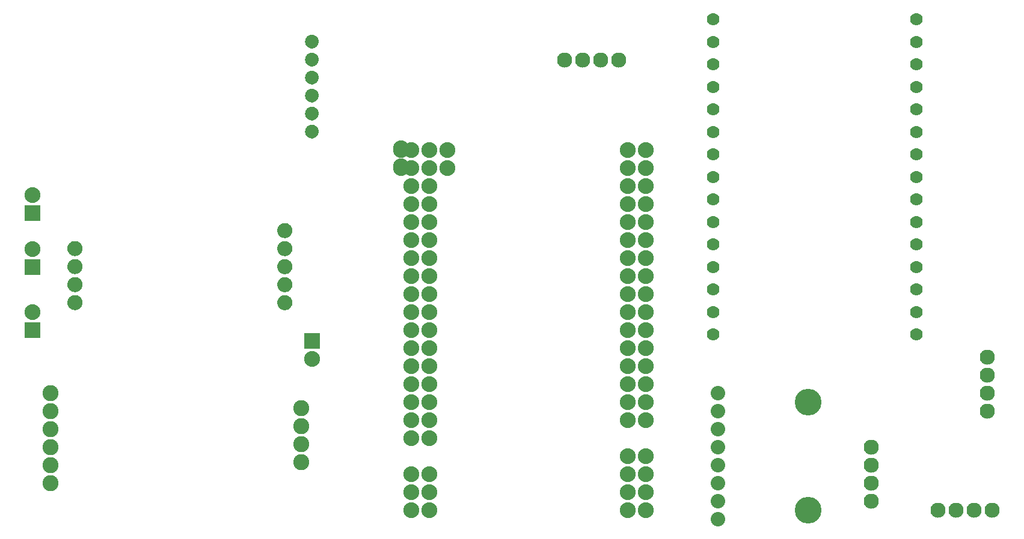
<source format=gts>
G04 MADE WITH FRITZING*
G04 WWW.FRITZING.ORG*
G04 DOUBLE SIDED*
G04 HOLES PLATED*
G04 CONTOUR ON CENTER OF CONTOUR VECTOR*
%ASAXBY*%
%FSLAX23Y23*%
%MOIN*%
%OFA0B0*%
%SFA1.0B1.0*%
%ADD10C,0.088000*%
%ADD11C,0.088861*%
%ADD12C,0.088833*%
%ADD13C,0.148425*%
%ADD14C,0.080000*%
%ADD15C,0.083889*%
%ADD16C,0.070000*%
%ADD17R,0.088000X0.088000*%
%ADD18R,0.001000X0.001000*%
%LNMASK1*%
G90*
G70*
G54D10*
X2322Y563D03*
X2322Y663D03*
X2322Y763D03*
X2322Y863D03*
X2322Y963D03*
X2322Y1063D03*
X2322Y1163D03*
X2322Y1263D03*
X2322Y1363D03*
X2322Y1463D03*
X2322Y1563D03*
X2322Y1663D03*
X2322Y1763D03*
X2322Y1863D03*
X2322Y1963D03*
X2322Y2063D03*
X2322Y2163D03*
X2222Y2163D03*
X2222Y2063D03*
X2222Y1963D03*
X2222Y1863D03*
X2222Y1763D03*
X2222Y1663D03*
X2222Y1563D03*
X2222Y1463D03*
X2222Y1363D03*
X2222Y1263D03*
X2222Y1163D03*
X2222Y1063D03*
X2222Y963D03*
X2222Y863D03*
X2222Y763D03*
X2222Y663D03*
X2222Y563D03*
X3522Y663D03*
X3522Y763D03*
X3522Y863D03*
X3522Y963D03*
X3522Y1063D03*
X3522Y1163D03*
X3522Y1263D03*
X3522Y1363D03*
X3522Y1463D03*
X3522Y1563D03*
X3522Y1663D03*
X3522Y1763D03*
X3522Y1863D03*
X3522Y1963D03*
X3522Y2063D03*
X3522Y2163D03*
X3422Y2163D03*
X3422Y2063D03*
X3422Y1963D03*
X3422Y1863D03*
X3422Y1763D03*
X3422Y1663D03*
X3422Y1563D03*
X3422Y1463D03*
X3422Y1363D03*
X3422Y1263D03*
X3422Y1163D03*
X3422Y1063D03*
X3422Y963D03*
X3422Y863D03*
X3422Y763D03*
X3422Y663D03*
X3522Y163D03*
X3522Y263D03*
X3522Y363D03*
X3522Y463D03*
X3422Y463D03*
X3422Y363D03*
X3422Y263D03*
X3422Y163D03*
X2422Y2063D03*
X2167Y2063D03*
X2167Y2073D03*
X2167Y2063D03*
X2167Y2073D03*
X2167Y2063D03*
X2167Y2073D03*
X2167Y2163D03*
X2167Y2173D03*
X2167Y2163D03*
X2167Y2173D03*
X2167Y2163D03*
X2167Y2173D03*
X2422Y2163D03*
X2222Y163D03*
X2322Y163D03*
X2322Y263D03*
X2322Y363D03*
X2222Y363D03*
X2222Y263D03*
G54D11*
X222Y313D03*
X222Y413D03*
X222Y513D03*
X222Y613D03*
X222Y713D03*
X222Y813D03*
G54D12*
X1612Y429D03*
X1612Y529D03*
X1612Y629D03*
X1612Y729D03*
G54D13*
X4422Y163D03*
G54D14*
X3922Y813D03*
X3922Y713D03*
X3922Y613D03*
X3922Y513D03*
X3922Y413D03*
X3922Y313D03*
X3922Y213D03*
X3922Y113D03*
G54D13*
X4422Y763D03*
G54D10*
X122Y1513D03*
X122Y1613D03*
G54D15*
X4772Y513D03*
X4772Y413D03*
X4772Y313D03*
X4772Y213D03*
X5415Y713D03*
X5415Y813D03*
X5415Y913D03*
X5415Y1013D03*
X3072Y2663D03*
X3172Y2663D03*
X3272Y2663D03*
X3372Y2663D03*
G54D10*
X122Y1813D03*
X122Y1913D03*
X122Y1163D03*
X122Y1263D03*
G54D16*
X3897Y1388D03*
X5022Y1138D03*
X5022Y1263D03*
X5022Y1388D03*
X5022Y1513D03*
X5022Y1638D03*
X3897Y1263D03*
X3897Y1138D03*
X3897Y1513D03*
X5022Y1763D03*
X5022Y1888D03*
X5022Y2013D03*
X5022Y2138D03*
X5022Y2263D03*
X5022Y2388D03*
X5022Y2513D03*
X5022Y2638D03*
X5022Y2763D03*
X5022Y2888D03*
X3897Y2013D03*
X3897Y2138D03*
X3897Y2263D03*
X3897Y2388D03*
X3897Y2513D03*
X3897Y2638D03*
X3897Y2763D03*
X3897Y2888D03*
X3897Y1638D03*
X3897Y1763D03*
X3897Y1888D03*
G54D10*
X1672Y1103D03*
X1672Y1003D03*
G54D15*
X5142Y163D03*
X5242Y163D03*
X5342Y163D03*
X5442Y163D03*
G54D17*
X122Y1513D03*
X122Y1813D03*
X122Y1163D03*
X1672Y1103D03*
G54D18*
X1671Y2802D02*
X1672Y2802D01*
X1663Y2801D02*
X1680Y2801D01*
X1660Y2800D02*
X1683Y2800D01*
X1657Y2799D02*
X1686Y2799D01*
X1655Y2798D02*
X1688Y2798D01*
X1653Y2797D02*
X1690Y2797D01*
X1652Y2796D02*
X1691Y2796D01*
X1650Y2795D02*
X1693Y2795D01*
X1649Y2794D02*
X1694Y2794D01*
X1647Y2793D02*
X1696Y2793D01*
X1646Y2792D02*
X1697Y2792D01*
X1645Y2791D02*
X1698Y2791D01*
X1644Y2790D02*
X1699Y2790D01*
X1643Y2789D02*
X1700Y2789D01*
X1643Y2788D02*
X1700Y2788D01*
X1642Y2787D02*
X1701Y2787D01*
X1641Y2786D02*
X1702Y2786D01*
X1640Y2785D02*
X1703Y2785D01*
X1640Y2784D02*
X1703Y2784D01*
X1639Y2783D02*
X1704Y2783D01*
X1639Y2782D02*
X1704Y2782D01*
X1638Y2781D02*
X1705Y2781D01*
X1638Y2780D02*
X1705Y2780D01*
X1637Y2779D02*
X1706Y2779D01*
X1637Y2778D02*
X1706Y2778D01*
X1636Y2777D02*
X1707Y2777D01*
X1636Y2776D02*
X1707Y2776D01*
X1636Y2775D02*
X1707Y2775D01*
X1635Y2774D02*
X1708Y2774D01*
X1635Y2773D02*
X1708Y2773D01*
X1635Y2772D02*
X1708Y2772D01*
X1635Y2771D02*
X1708Y2771D01*
X1635Y2770D02*
X1708Y2770D01*
X1634Y2769D02*
X1709Y2769D01*
X1634Y2768D02*
X1709Y2768D01*
X1634Y2767D02*
X1709Y2767D01*
X1634Y2766D02*
X1709Y2766D01*
X1634Y2765D02*
X1709Y2765D01*
X1634Y2764D02*
X1709Y2764D01*
X1634Y2763D02*
X1709Y2763D01*
X1634Y2762D02*
X1709Y2762D01*
X1634Y2761D02*
X1709Y2761D01*
X1634Y2760D02*
X1709Y2760D01*
X1634Y2759D02*
X1709Y2759D01*
X1635Y2758D02*
X1708Y2758D01*
X1635Y2757D02*
X1708Y2757D01*
X1635Y2756D02*
X1708Y2756D01*
X1635Y2755D02*
X1708Y2755D01*
X1635Y2754D02*
X1708Y2754D01*
X1636Y2753D02*
X1707Y2753D01*
X1636Y2752D02*
X1707Y2752D01*
X1636Y2751D02*
X1707Y2751D01*
X1637Y2750D02*
X1706Y2750D01*
X1637Y2749D02*
X1706Y2749D01*
X1638Y2748D02*
X1705Y2748D01*
X1638Y2747D02*
X1705Y2747D01*
X1639Y2746D02*
X1704Y2746D01*
X1639Y2745D02*
X1704Y2745D01*
X1640Y2744D02*
X1703Y2744D01*
X1640Y2743D02*
X1702Y2743D01*
X1641Y2742D02*
X1702Y2742D01*
X1642Y2741D02*
X1701Y2741D01*
X1643Y2740D02*
X1700Y2740D01*
X1644Y2739D02*
X1699Y2739D01*
X1644Y2738D02*
X1699Y2738D01*
X1645Y2737D02*
X1698Y2737D01*
X1647Y2736D02*
X1696Y2736D01*
X1648Y2735D02*
X1695Y2735D01*
X1649Y2734D02*
X1694Y2734D01*
X1650Y2733D02*
X1693Y2733D01*
X1652Y2732D02*
X1691Y2732D01*
X1653Y2731D02*
X1689Y2731D01*
X1655Y2730D02*
X1688Y2730D01*
X1658Y2729D02*
X1685Y2729D01*
X1660Y2728D02*
X1683Y2728D01*
X1664Y2727D02*
X1679Y2727D01*
X1670Y2702D02*
X1673Y2702D01*
X1663Y2701D02*
X1680Y2701D01*
X1660Y2700D02*
X1683Y2700D01*
X1657Y2699D02*
X1686Y2699D01*
X1655Y2698D02*
X1688Y2698D01*
X1653Y2697D02*
X1690Y2697D01*
X1651Y2696D02*
X1692Y2696D01*
X1650Y2695D02*
X1693Y2695D01*
X1649Y2694D02*
X1694Y2694D01*
X1647Y2693D02*
X1696Y2693D01*
X1646Y2692D02*
X1697Y2692D01*
X1645Y2691D02*
X1698Y2691D01*
X1644Y2690D02*
X1699Y2690D01*
X1643Y2689D02*
X1700Y2689D01*
X1643Y2688D02*
X1700Y2688D01*
X1642Y2687D02*
X1701Y2687D01*
X1641Y2686D02*
X1702Y2686D01*
X1640Y2685D02*
X1703Y2685D01*
X1640Y2684D02*
X1703Y2684D01*
X1639Y2683D02*
X1704Y2683D01*
X1639Y2682D02*
X1704Y2682D01*
X1638Y2681D02*
X1705Y2681D01*
X1638Y2680D02*
X1705Y2680D01*
X1637Y2679D02*
X1706Y2679D01*
X1637Y2678D02*
X1706Y2678D01*
X1636Y2677D02*
X1707Y2677D01*
X1636Y2676D02*
X1707Y2676D01*
X1636Y2675D02*
X1707Y2675D01*
X1635Y2674D02*
X1708Y2674D01*
X1635Y2673D02*
X1708Y2673D01*
X1635Y2672D02*
X1708Y2672D01*
X1635Y2671D02*
X1708Y2671D01*
X1635Y2670D02*
X1708Y2670D01*
X1634Y2669D02*
X1709Y2669D01*
X1634Y2668D02*
X1709Y2668D01*
X1634Y2667D02*
X1709Y2667D01*
X1634Y2666D02*
X1709Y2666D01*
X1634Y2665D02*
X1709Y2665D01*
X1634Y2664D02*
X1709Y2664D01*
X1634Y2663D02*
X1709Y2663D01*
X1634Y2662D02*
X1709Y2662D01*
X1634Y2661D02*
X1709Y2661D01*
X1634Y2660D02*
X1709Y2660D01*
X1634Y2659D02*
X1709Y2659D01*
X1635Y2658D02*
X1708Y2658D01*
X1635Y2657D02*
X1708Y2657D01*
X1635Y2656D02*
X1708Y2656D01*
X1635Y2655D02*
X1708Y2655D01*
X1635Y2654D02*
X1708Y2654D01*
X1636Y2653D02*
X1707Y2653D01*
X1636Y2652D02*
X1707Y2652D01*
X1636Y2651D02*
X1707Y2651D01*
X1637Y2650D02*
X1706Y2650D01*
X1637Y2649D02*
X1706Y2649D01*
X1638Y2648D02*
X1705Y2648D01*
X1638Y2647D02*
X1705Y2647D01*
X1639Y2646D02*
X1704Y2646D01*
X1639Y2645D02*
X1704Y2645D01*
X1640Y2644D02*
X1703Y2644D01*
X1641Y2643D02*
X1702Y2643D01*
X1641Y2642D02*
X1702Y2642D01*
X1642Y2641D02*
X1701Y2641D01*
X1643Y2640D02*
X1700Y2640D01*
X1644Y2639D02*
X1699Y2639D01*
X1644Y2638D02*
X1699Y2638D01*
X1645Y2637D02*
X1698Y2637D01*
X1647Y2636D02*
X1696Y2636D01*
X1648Y2635D02*
X1695Y2635D01*
X1649Y2634D02*
X1694Y2634D01*
X1650Y2633D02*
X1693Y2633D01*
X1652Y2632D02*
X1691Y2632D01*
X1654Y2631D02*
X1689Y2631D01*
X1655Y2630D02*
X1688Y2630D01*
X1658Y2629D02*
X1685Y2629D01*
X1660Y2628D02*
X1683Y2628D01*
X1664Y2627D02*
X1679Y2627D01*
X1669Y2602D02*
X1674Y2602D01*
X1663Y2601D02*
X1680Y2601D01*
X1660Y2600D02*
X1683Y2600D01*
X1657Y2599D02*
X1686Y2599D01*
X1655Y2598D02*
X1688Y2598D01*
X1653Y2597D02*
X1690Y2597D01*
X1651Y2596D02*
X1692Y2596D01*
X1650Y2595D02*
X1693Y2595D01*
X1649Y2594D02*
X1694Y2594D01*
X1647Y2593D02*
X1696Y2593D01*
X1646Y2592D02*
X1697Y2592D01*
X1645Y2591D02*
X1698Y2591D01*
X1644Y2590D02*
X1699Y2590D01*
X1643Y2589D02*
X1700Y2589D01*
X1643Y2588D02*
X1700Y2588D01*
X1642Y2587D02*
X1701Y2587D01*
X1641Y2586D02*
X1702Y2586D01*
X1640Y2585D02*
X1703Y2585D01*
X1640Y2584D02*
X1703Y2584D01*
X1639Y2583D02*
X1704Y2583D01*
X1639Y2582D02*
X1704Y2582D01*
X1638Y2581D02*
X1705Y2581D01*
X1638Y2580D02*
X1705Y2580D01*
X1637Y2579D02*
X1706Y2579D01*
X1637Y2578D02*
X1706Y2578D01*
X1636Y2577D02*
X1707Y2577D01*
X1636Y2576D02*
X1707Y2576D01*
X1636Y2575D02*
X1707Y2575D01*
X1635Y2574D02*
X1708Y2574D01*
X1635Y2573D02*
X1708Y2573D01*
X1635Y2572D02*
X1708Y2572D01*
X1635Y2571D02*
X1708Y2571D01*
X1635Y2570D02*
X1708Y2570D01*
X1634Y2569D02*
X1709Y2569D01*
X1634Y2568D02*
X1709Y2568D01*
X1634Y2567D02*
X1709Y2567D01*
X1634Y2566D02*
X1709Y2566D01*
X1634Y2565D02*
X1709Y2565D01*
X1634Y2564D02*
X1709Y2564D01*
X1634Y2563D02*
X1709Y2563D01*
X1634Y2562D02*
X1709Y2562D01*
X1634Y2561D02*
X1709Y2561D01*
X1634Y2560D02*
X1709Y2560D01*
X1634Y2559D02*
X1709Y2559D01*
X1635Y2558D02*
X1708Y2558D01*
X1635Y2557D02*
X1708Y2557D01*
X1635Y2556D02*
X1708Y2556D01*
X1635Y2555D02*
X1708Y2555D01*
X1635Y2554D02*
X1708Y2554D01*
X1636Y2553D02*
X1707Y2553D01*
X1636Y2552D02*
X1707Y2552D01*
X1636Y2551D02*
X1707Y2551D01*
X1637Y2550D02*
X1706Y2550D01*
X1637Y2549D02*
X1706Y2549D01*
X1638Y2548D02*
X1705Y2548D01*
X1638Y2547D02*
X1705Y2547D01*
X1639Y2546D02*
X1704Y2546D01*
X1639Y2545D02*
X1704Y2545D01*
X1640Y2544D02*
X1703Y2544D01*
X1641Y2543D02*
X1702Y2543D01*
X1641Y2542D02*
X1702Y2542D01*
X1642Y2541D02*
X1701Y2541D01*
X1643Y2540D02*
X1700Y2540D01*
X1644Y2539D02*
X1699Y2539D01*
X1645Y2538D02*
X1698Y2538D01*
X1645Y2537D02*
X1698Y2537D01*
X1647Y2536D02*
X1696Y2536D01*
X1648Y2535D02*
X1695Y2535D01*
X1649Y2534D02*
X1694Y2534D01*
X1650Y2533D02*
X1693Y2533D01*
X1652Y2532D02*
X1691Y2532D01*
X1654Y2531D02*
X1689Y2531D01*
X1656Y2530D02*
X1687Y2530D01*
X1658Y2529D02*
X1685Y2529D01*
X1661Y2528D02*
X1682Y2528D01*
X1665Y2527D02*
X1678Y2527D01*
X1669Y2502D02*
X1674Y2502D01*
X1663Y2501D02*
X1680Y2501D01*
X1660Y2500D02*
X1683Y2500D01*
X1657Y2499D02*
X1686Y2499D01*
X1655Y2498D02*
X1688Y2498D01*
X1653Y2497D02*
X1690Y2497D01*
X1651Y2496D02*
X1692Y2496D01*
X1650Y2495D02*
X1693Y2495D01*
X1649Y2494D02*
X1694Y2494D01*
X1647Y2493D02*
X1696Y2493D01*
X1646Y2492D02*
X1697Y2492D01*
X1645Y2491D02*
X1698Y2491D01*
X1644Y2490D02*
X1699Y2490D01*
X1643Y2489D02*
X1700Y2489D01*
X1643Y2488D02*
X1701Y2488D01*
X1642Y2487D02*
X1701Y2487D01*
X1641Y2486D02*
X1702Y2486D01*
X1640Y2485D02*
X1703Y2485D01*
X1640Y2484D02*
X1703Y2484D01*
X1639Y2483D02*
X1704Y2483D01*
X1639Y2482D02*
X1704Y2482D01*
X1638Y2481D02*
X1705Y2481D01*
X1638Y2480D02*
X1705Y2480D01*
X1637Y2479D02*
X1706Y2479D01*
X1637Y2478D02*
X1706Y2478D01*
X1636Y2477D02*
X1707Y2477D01*
X1636Y2476D02*
X1707Y2476D01*
X1636Y2475D02*
X1707Y2475D01*
X1635Y2474D02*
X1708Y2474D01*
X1635Y2473D02*
X1708Y2473D01*
X1635Y2472D02*
X1708Y2472D01*
X1635Y2471D02*
X1708Y2471D01*
X1635Y2470D02*
X1708Y2470D01*
X1634Y2469D02*
X1709Y2469D01*
X1634Y2468D02*
X1709Y2468D01*
X1634Y2467D02*
X1709Y2467D01*
X1634Y2466D02*
X1709Y2466D01*
X1634Y2465D02*
X1709Y2465D01*
X1634Y2464D02*
X1709Y2464D01*
X1634Y2463D02*
X1709Y2463D01*
X1634Y2462D02*
X1709Y2462D01*
X1634Y2461D02*
X1709Y2461D01*
X1634Y2460D02*
X1709Y2460D01*
X1634Y2459D02*
X1709Y2459D01*
X1635Y2458D02*
X1708Y2458D01*
X1635Y2457D02*
X1708Y2457D01*
X1635Y2456D02*
X1708Y2456D01*
X1635Y2455D02*
X1708Y2455D01*
X1635Y2454D02*
X1708Y2454D01*
X1636Y2453D02*
X1707Y2453D01*
X1636Y2452D02*
X1707Y2452D01*
X1636Y2451D02*
X1707Y2451D01*
X1637Y2450D02*
X1706Y2450D01*
X1637Y2449D02*
X1706Y2449D01*
X1638Y2448D02*
X1705Y2448D01*
X1638Y2447D02*
X1705Y2447D01*
X1639Y2446D02*
X1704Y2446D01*
X1639Y2445D02*
X1704Y2445D01*
X1640Y2444D02*
X1703Y2444D01*
X1641Y2443D02*
X1702Y2443D01*
X1641Y2442D02*
X1702Y2442D01*
X1642Y2441D02*
X1701Y2441D01*
X1643Y2440D02*
X1700Y2440D01*
X1644Y2439D02*
X1699Y2439D01*
X1645Y2438D02*
X1698Y2438D01*
X1646Y2437D02*
X1697Y2437D01*
X1647Y2436D02*
X1696Y2436D01*
X1648Y2435D02*
X1695Y2435D01*
X1649Y2434D02*
X1694Y2434D01*
X1650Y2433D02*
X1693Y2433D01*
X1652Y2432D02*
X1691Y2432D01*
X1654Y2431D02*
X1689Y2431D01*
X1656Y2430D02*
X1687Y2430D01*
X1658Y2429D02*
X1685Y2429D01*
X1661Y2428D02*
X1682Y2428D01*
X1665Y2427D02*
X1678Y2427D01*
X1669Y2402D02*
X1674Y2402D01*
X1663Y2401D02*
X1680Y2401D01*
X1659Y2400D02*
X1684Y2400D01*
X1657Y2399D02*
X1686Y2399D01*
X1655Y2398D02*
X1688Y2398D01*
X1653Y2397D02*
X1690Y2397D01*
X1651Y2396D02*
X1692Y2396D01*
X1650Y2395D02*
X1693Y2395D01*
X1649Y2394D02*
X1694Y2394D01*
X1647Y2393D02*
X1696Y2393D01*
X1646Y2392D02*
X1697Y2392D01*
X1645Y2391D02*
X1698Y2391D01*
X1644Y2390D02*
X1699Y2390D01*
X1643Y2389D02*
X1700Y2389D01*
X1642Y2388D02*
X1701Y2388D01*
X1642Y2387D02*
X1701Y2387D01*
X1641Y2386D02*
X1702Y2386D01*
X1640Y2385D02*
X1703Y2385D01*
X1640Y2384D02*
X1703Y2384D01*
X1639Y2383D02*
X1704Y2383D01*
X1639Y2382D02*
X1705Y2382D01*
X1638Y2381D02*
X1705Y2381D01*
X1638Y2380D02*
X1706Y2380D01*
X1637Y2379D02*
X1706Y2379D01*
X1637Y2378D02*
X1706Y2378D01*
X1636Y2377D02*
X1707Y2377D01*
X1636Y2376D02*
X1707Y2376D01*
X1636Y2375D02*
X1707Y2375D01*
X1635Y2374D02*
X1708Y2374D01*
X1635Y2373D02*
X1708Y2373D01*
X1635Y2372D02*
X1708Y2372D01*
X1635Y2371D02*
X1708Y2371D01*
X1635Y2370D02*
X1708Y2370D01*
X1634Y2369D02*
X1709Y2369D01*
X1634Y2368D02*
X1709Y2368D01*
X1634Y2367D02*
X1709Y2367D01*
X1634Y2366D02*
X1709Y2366D01*
X1634Y2365D02*
X1709Y2365D01*
X1634Y2364D02*
X1709Y2364D01*
X1634Y2363D02*
X1709Y2363D01*
X1634Y2362D02*
X1709Y2362D01*
X1634Y2361D02*
X1709Y2361D01*
X1634Y2360D02*
X1709Y2360D01*
X1634Y2359D02*
X1709Y2359D01*
X1635Y2358D02*
X1708Y2358D01*
X1635Y2357D02*
X1708Y2357D01*
X1635Y2356D02*
X1708Y2356D01*
X1635Y2355D02*
X1708Y2355D01*
X1636Y2354D02*
X1708Y2354D01*
X1636Y2353D02*
X1707Y2353D01*
X1636Y2352D02*
X1707Y2352D01*
X1636Y2351D02*
X1707Y2351D01*
X1637Y2350D02*
X1706Y2350D01*
X1637Y2349D02*
X1706Y2349D01*
X1638Y2348D02*
X1705Y2348D01*
X1638Y2347D02*
X1705Y2347D01*
X1639Y2346D02*
X1704Y2346D01*
X1639Y2345D02*
X1704Y2345D01*
X1640Y2344D02*
X1703Y2344D01*
X1641Y2343D02*
X1702Y2343D01*
X1641Y2342D02*
X1702Y2342D01*
X1642Y2341D02*
X1701Y2341D01*
X1643Y2340D02*
X1700Y2340D01*
X1644Y2339D02*
X1699Y2339D01*
X1645Y2338D02*
X1698Y2338D01*
X1646Y2337D02*
X1697Y2337D01*
X1647Y2336D02*
X1696Y2336D01*
X1648Y2335D02*
X1695Y2335D01*
X1649Y2334D02*
X1694Y2334D01*
X1651Y2333D02*
X1692Y2333D01*
X1652Y2332D02*
X1691Y2332D01*
X1654Y2331D02*
X1689Y2331D01*
X1656Y2330D02*
X1687Y2330D01*
X1658Y2329D02*
X1685Y2329D01*
X1661Y2328D02*
X1682Y2328D01*
X1665Y2327D02*
X1678Y2327D01*
X1668Y2302D02*
X1675Y2302D01*
X1663Y2301D02*
X1680Y2301D01*
X1659Y2300D02*
X1684Y2300D01*
X1657Y2299D02*
X1686Y2299D01*
X1655Y2298D02*
X1688Y2298D01*
X1653Y2297D02*
X1690Y2297D01*
X1651Y2296D02*
X1692Y2296D01*
X1650Y2295D02*
X1693Y2295D01*
X1649Y2294D02*
X1694Y2294D01*
X1647Y2293D02*
X1696Y2293D01*
X1646Y2292D02*
X1697Y2292D01*
X1645Y2291D02*
X1698Y2291D01*
X1644Y2290D02*
X1699Y2290D01*
X1643Y2289D02*
X1700Y2289D01*
X1642Y2288D02*
X1701Y2288D01*
X1642Y2287D02*
X1701Y2287D01*
X1641Y2286D02*
X1702Y2286D01*
X1640Y2285D02*
X1703Y2285D01*
X1640Y2284D02*
X1703Y2284D01*
X1639Y2283D02*
X1704Y2283D01*
X1638Y2282D02*
X1705Y2282D01*
X1638Y2281D02*
X1705Y2281D01*
X1637Y2280D02*
X1706Y2280D01*
X1637Y2279D02*
X1706Y2279D01*
X1637Y2278D02*
X1706Y2278D01*
X1636Y2277D02*
X1707Y2277D01*
X1636Y2276D02*
X1707Y2276D01*
X1636Y2275D02*
X1707Y2275D01*
X1635Y2274D02*
X1708Y2274D01*
X1635Y2273D02*
X1708Y2273D01*
X1635Y2272D02*
X1708Y2272D01*
X1635Y2271D02*
X1708Y2271D01*
X1635Y2270D02*
X1708Y2270D01*
X1634Y2269D02*
X1709Y2269D01*
X1634Y2268D02*
X1709Y2268D01*
X1634Y2267D02*
X1709Y2267D01*
X1634Y2266D02*
X1709Y2266D01*
X1634Y2265D02*
X1709Y2265D01*
X1634Y2264D02*
X1709Y2264D01*
X1634Y2263D02*
X1709Y2263D01*
X1634Y2262D02*
X1709Y2262D01*
X1634Y2261D02*
X1709Y2261D01*
X1634Y2260D02*
X1709Y2260D01*
X1634Y2259D02*
X1709Y2259D01*
X1635Y2258D02*
X1708Y2258D01*
X1635Y2257D02*
X1708Y2257D01*
X1635Y2256D02*
X1708Y2256D01*
X1635Y2255D02*
X1708Y2255D01*
X1636Y2254D02*
X1707Y2254D01*
X1636Y2253D02*
X1707Y2253D01*
X1636Y2252D02*
X1707Y2252D01*
X1636Y2251D02*
X1707Y2251D01*
X1637Y2250D02*
X1706Y2250D01*
X1637Y2249D02*
X1706Y2249D01*
X1638Y2248D02*
X1705Y2248D01*
X1638Y2247D02*
X1705Y2247D01*
X1639Y2246D02*
X1704Y2246D01*
X1639Y2245D02*
X1704Y2245D01*
X1640Y2244D02*
X1703Y2244D01*
X1641Y2243D02*
X1702Y2243D01*
X1641Y2242D02*
X1702Y2242D01*
X1642Y2241D02*
X1701Y2241D01*
X1643Y2240D02*
X1700Y2240D01*
X1644Y2239D02*
X1699Y2239D01*
X1645Y2238D02*
X1698Y2238D01*
X1646Y2237D02*
X1697Y2237D01*
X1647Y2236D02*
X1696Y2236D01*
X1648Y2235D02*
X1695Y2235D01*
X1649Y2234D02*
X1694Y2234D01*
X1651Y2233D02*
X1692Y2233D01*
X1652Y2232D02*
X1691Y2232D01*
X1654Y2231D02*
X1689Y2231D01*
X1656Y2230D02*
X1687Y2230D01*
X1658Y2229D02*
X1685Y2229D01*
X1661Y2228D02*
X1682Y2228D01*
X1665Y2227D02*
X1678Y2227D01*
X1517Y1756D02*
X1526Y1756D01*
X1512Y1755D02*
X1532Y1755D01*
X1508Y1754D02*
X1535Y1754D01*
X1505Y1753D02*
X1538Y1753D01*
X1503Y1752D02*
X1540Y1752D01*
X1502Y1751D02*
X1542Y1751D01*
X1500Y1750D02*
X1543Y1750D01*
X1498Y1749D02*
X1545Y1749D01*
X1497Y1748D02*
X1546Y1748D01*
X1496Y1747D02*
X1547Y1747D01*
X1494Y1746D02*
X1549Y1746D01*
X1493Y1745D02*
X1550Y1745D01*
X1492Y1744D02*
X1551Y1744D01*
X1491Y1743D02*
X1552Y1743D01*
X1490Y1742D02*
X1553Y1742D01*
X1490Y1741D02*
X1554Y1741D01*
X1489Y1740D02*
X1554Y1740D01*
X1488Y1739D02*
X1555Y1739D01*
X1487Y1738D02*
X1556Y1738D01*
X1487Y1737D02*
X1556Y1737D01*
X1486Y1736D02*
X1557Y1736D01*
X1485Y1735D02*
X1558Y1735D01*
X1485Y1734D02*
X1558Y1734D01*
X1484Y1733D02*
X1559Y1733D01*
X1484Y1732D02*
X1559Y1732D01*
X1483Y1731D02*
X1560Y1731D01*
X1483Y1730D02*
X1560Y1730D01*
X1483Y1729D02*
X1560Y1729D01*
X1482Y1728D02*
X1561Y1728D01*
X1482Y1727D02*
X1561Y1727D01*
X1482Y1726D02*
X1561Y1726D01*
X1481Y1725D02*
X1562Y1725D01*
X1481Y1724D02*
X1562Y1724D01*
X1481Y1723D02*
X1562Y1723D01*
X1481Y1722D02*
X1562Y1722D01*
X1481Y1721D02*
X1562Y1721D01*
X1480Y1720D02*
X1563Y1720D01*
X1480Y1719D02*
X1563Y1719D01*
X1480Y1718D02*
X1563Y1718D01*
X1480Y1717D02*
X1563Y1717D01*
X1480Y1716D02*
X1563Y1716D01*
X1480Y1715D02*
X1563Y1715D01*
X1480Y1714D02*
X1563Y1714D01*
X1480Y1713D02*
X1563Y1713D01*
X1480Y1712D02*
X1563Y1712D01*
X1480Y1711D02*
X1563Y1711D01*
X1480Y1710D02*
X1563Y1710D01*
X1480Y1709D02*
X1563Y1709D01*
X1481Y1708D02*
X1562Y1708D01*
X1481Y1707D02*
X1562Y1707D01*
X1481Y1706D02*
X1562Y1706D01*
X1481Y1705D02*
X1562Y1705D01*
X1481Y1704D02*
X1562Y1704D01*
X1482Y1703D02*
X1561Y1703D01*
X1482Y1702D02*
X1561Y1702D01*
X1482Y1701D02*
X1561Y1701D01*
X1483Y1700D02*
X1560Y1700D01*
X1483Y1699D02*
X1560Y1699D01*
X1483Y1698D02*
X1560Y1698D01*
X1484Y1697D02*
X1559Y1697D01*
X1484Y1696D02*
X1559Y1696D01*
X1485Y1695D02*
X1558Y1695D01*
X1485Y1694D02*
X1558Y1694D01*
X1486Y1693D02*
X1557Y1693D01*
X1487Y1692D02*
X1556Y1692D01*
X1487Y1691D02*
X1556Y1691D01*
X1488Y1690D02*
X1555Y1690D01*
X1489Y1689D02*
X1554Y1689D01*
X1489Y1688D02*
X1554Y1688D01*
X1490Y1687D02*
X1553Y1687D01*
X1491Y1686D02*
X1552Y1686D01*
X1492Y1685D02*
X1551Y1685D01*
X1493Y1684D02*
X1550Y1684D01*
X1494Y1683D02*
X1549Y1683D01*
X1495Y1682D02*
X1548Y1682D01*
X1497Y1681D02*
X1546Y1681D01*
X1498Y1680D02*
X1545Y1680D01*
X1500Y1679D02*
X1544Y1679D01*
X1501Y1678D02*
X1542Y1678D01*
X1503Y1677D02*
X1540Y1677D01*
X1505Y1676D02*
X1538Y1676D01*
X1507Y1675D02*
X1536Y1675D01*
X1511Y1674D02*
X1532Y1674D01*
X1515Y1673D02*
X1528Y1673D01*
X351Y1656D02*
X365Y1656D01*
X1517Y1656D02*
X1526Y1656D01*
X347Y1655D02*
X369Y1655D01*
X1512Y1655D02*
X1531Y1655D01*
X344Y1654D02*
X372Y1654D01*
X1508Y1654D02*
X1535Y1654D01*
X341Y1653D02*
X375Y1653D01*
X1506Y1653D02*
X1537Y1653D01*
X339Y1652D02*
X377Y1652D01*
X1504Y1652D02*
X1539Y1652D01*
X338Y1651D02*
X379Y1651D01*
X1502Y1651D02*
X1541Y1651D01*
X336Y1650D02*
X380Y1650D01*
X1500Y1650D02*
X1543Y1650D01*
X334Y1649D02*
X382Y1649D01*
X1498Y1649D02*
X1545Y1649D01*
X333Y1648D02*
X383Y1648D01*
X1497Y1648D02*
X1546Y1648D01*
X332Y1647D02*
X384Y1647D01*
X1496Y1647D02*
X1547Y1647D01*
X331Y1646D02*
X386Y1646D01*
X1495Y1646D02*
X1549Y1646D01*
X329Y1645D02*
X387Y1645D01*
X1493Y1645D02*
X1550Y1645D01*
X328Y1644D02*
X388Y1644D01*
X1492Y1644D02*
X1551Y1644D01*
X328Y1643D02*
X389Y1643D01*
X1491Y1643D02*
X1552Y1643D01*
X327Y1642D02*
X390Y1642D01*
X1491Y1642D02*
X1553Y1642D01*
X326Y1641D02*
X390Y1641D01*
X1490Y1641D02*
X1553Y1641D01*
X325Y1640D02*
X391Y1640D01*
X1489Y1640D02*
X1554Y1640D01*
X324Y1639D02*
X392Y1639D01*
X1488Y1639D02*
X1555Y1639D01*
X324Y1638D02*
X393Y1638D01*
X1487Y1638D02*
X1556Y1638D01*
X323Y1637D02*
X393Y1637D01*
X1487Y1637D02*
X1556Y1637D01*
X322Y1636D02*
X394Y1636D01*
X1486Y1636D02*
X1557Y1636D01*
X322Y1635D02*
X394Y1635D01*
X1486Y1635D02*
X1558Y1635D01*
X321Y1634D02*
X395Y1634D01*
X1485Y1634D02*
X1558Y1634D01*
X321Y1633D02*
X395Y1633D01*
X1484Y1633D02*
X1559Y1633D01*
X320Y1632D02*
X396Y1632D01*
X1484Y1632D02*
X1559Y1632D01*
X320Y1631D02*
X396Y1631D01*
X1483Y1631D02*
X1560Y1631D01*
X319Y1630D02*
X397Y1630D01*
X1483Y1630D02*
X1560Y1630D01*
X319Y1629D02*
X397Y1629D01*
X1483Y1629D02*
X1560Y1629D01*
X319Y1628D02*
X397Y1628D01*
X1482Y1628D02*
X1561Y1628D01*
X318Y1627D02*
X398Y1627D01*
X1482Y1627D02*
X1561Y1627D01*
X318Y1626D02*
X398Y1626D01*
X1482Y1626D02*
X1561Y1626D01*
X318Y1625D02*
X398Y1625D01*
X1481Y1625D02*
X1562Y1625D01*
X318Y1624D02*
X399Y1624D01*
X1481Y1624D02*
X1562Y1624D01*
X317Y1623D02*
X399Y1623D01*
X1481Y1623D02*
X1562Y1623D01*
X317Y1622D02*
X399Y1622D01*
X1481Y1622D02*
X1562Y1622D01*
X317Y1621D02*
X399Y1621D01*
X1481Y1621D02*
X1562Y1621D01*
X317Y1620D02*
X399Y1620D01*
X1480Y1620D02*
X1563Y1620D01*
X317Y1619D02*
X399Y1619D01*
X1480Y1619D02*
X1563Y1619D01*
X317Y1618D02*
X399Y1618D01*
X1480Y1618D02*
X1563Y1618D01*
X317Y1617D02*
X400Y1617D01*
X1480Y1617D02*
X1563Y1617D01*
X317Y1616D02*
X400Y1616D01*
X1480Y1616D02*
X1563Y1616D01*
X317Y1615D02*
X400Y1615D01*
X1480Y1615D02*
X1563Y1615D01*
X317Y1614D02*
X400Y1614D01*
X1480Y1614D02*
X1563Y1614D01*
X317Y1613D02*
X400Y1613D01*
X1480Y1613D02*
X1563Y1613D01*
X317Y1612D02*
X400Y1612D01*
X1480Y1612D02*
X1563Y1612D01*
X317Y1611D02*
X399Y1611D01*
X1480Y1611D02*
X1563Y1611D01*
X317Y1610D02*
X399Y1610D01*
X1480Y1610D02*
X1563Y1610D01*
X317Y1609D02*
X399Y1609D01*
X1480Y1609D02*
X1563Y1609D01*
X317Y1608D02*
X399Y1608D01*
X1481Y1608D02*
X1562Y1608D01*
X317Y1607D02*
X399Y1607D01*
X1481Y1607D02*
X1562Y1607D01*
X318Y1606D02*
X399Y1606D01*
X1481Y1606D02*
X1562Y1606D01*
X318Y1605D02*
X398Y1605D01*
X1481Y1605D02*
X1562Y1605D01*
X318Y1604D02*
X398Y1604D01*
X1481Y1604D02*
X1562Y1604D01*
X318Y1603D02*
X398Y1603D01*
X1482Y1603D02*
X1561Y1603D01*
X319Y1602D02*
X398Y1602D01*
X1482Y1602D02*
X1561Y1602D01*
X319Y1601D02*
X397Y1601D01*
X1482Y1601D02*
X1561Y1601D01*
X319Y1600D02*
X397Y1600D01*
X1483Y1600D02*
X1561Y1600D01*
X320Y1599D02*
X397Y1599D01*
X1483Y1599D02*
X1560Y1599D01*
X320Y1598D02*
X396Y1598D01*
X1483Y1598D02*
X1560Y1598D01*
X321Y1597D02*
X396Y1597D01*
X1484Y1597D02*
X1559Y1597D01*
X321Y1596D02*
X395Y1596D01*
X1484Y1596D02*
X1559Y1596D01*
X322Y1595D02*
X395Y1595D01*
X1485Y1595D02*
X1558Y1595D01*
X322Y1594D02*
X394Y1594D01*
X1485Y1594D02*
X1558Y1594D01*
X323Y1593D02*
X394Y1593D01*
X1486Y1593D02*
X1557Y1593D01*
X323Y1592D02*
X393Y1592D01*
X1486Y1592D02*
X1557Y1592D01*
X324Y1591D02*
X392Y1591D01*
X1487Y1591D02*
X1556Y1591D01*
X325Y1590D02*
X392Y1590D01*
X1488Y1590D02*
X1555Y1590D01*
X325Y1589D02*
X391Y1589D01*
X1489Y1589D02*
X1555Y1589D01*
X326Y1588D02*
X390Y1588D01*
X1489Y1588D02*
X1554Y1588D01*
X327Y1587D02*
X389Y1587D01*
X1490Y1587D02*
X1553Y1587D01*
X328Y1586D02*
X388Y1586D01*
X1491Y1586D02*
X1552Y1586D01*
X329Y1585D02*
X387Y1585D01*
X1492Y1585D02*
X1551Y1585D01*
X330Y1584D02*
X386Y1584D01*
X1493Y1584D02*
X1550Y1584D01*
X331Y1583D02*
X385Y1583D01*
X1494Y1583D02*
X1549Y1583D01*
X332Y1582D02*
X384Y1582D01*
X1495Y1582D02*
X1548Y1582D01*
X334Y1581D02*
X383Y1581D01*
X1497Y1581D02*
X1547Y1581D01*
X335Y1580D02*
X381Y1580D01*
X1498Y1580D02*
X1545Y1580D01*
X337Y1579D02*
X380Y1579D01*
X1499Y1579D02*
X1544Y1579D01*
X338Y1578D02*
X378Y1578D01*
X1501Y1578D02*
X1542Y1578D01*
X340Y1577D02*
X376Y1577D01*
X1503Y1577D02*
X1540Y1577D01*
X342Y1576D02*
X374Y1576D01*
X1505Y1576D02*
X1538Y1576D01*
X345Y1575D02*
X371Y1575D01*
X1507Y1575D02*
X1536Y1575D01*
X349Y1574D02*
X368Y1574D01*
X1510Y1574D02*
X1533Y1574D01*
X354Y1573D02*
X362Y1573D01*
X1515Y1573D02*
X1528Y1573D01*
X352Y1556D02*
X364Y1556D01*
X1518Y1556D02*
X1525Y1556D01*
X347Y1555D02*
X369Y1555D01*
X1512Y1555D02*
X1531Y1555D01*
X344Y1554D02*
X372Y1554D01*
X1509Y1554D02*
X1534Y1554D01*
X342Y1553D02*
X375Y1553D01*
X1506Y1553D02*
X1537Y1553D01*
X340Y1552D02*
X377Y1552D01*
X1504Y1552D02*
X1539Y1552D01*
X338Y1551D02*
X379Y1551D01*
X1502Y1551D02*
X1541Y1551D01*
X336Y1550D02*
X380Y1550D01*
X1500Y1550D02*
X1543Y1550D01*
X335Y1549D02*
X382Y1549D01*
X1499Y1549D02*
X1544Y1549D01*
X333Y1548D02*
X383Y1548D01*
X1497Y1548D02*
X1546Y1548D01*
X332Y1547D02*
X384Y1547D01*
X1496Y1547D02*
X1547Y1547D01*
X331Y1546D02*
X385Y1546D01*
X1495Y1546D02*
X1548Y1546D01*
X330Y1545D02*
X387Y1545D01*
X1494Y1545D02*
X1550Y1545D01*
X329Y1544D02*
X388Y1544D01*
X1492Y1544D02*
X1551Y1544D01*
X328Y1543D02*
X389Y1543D01*
X1491Y1543D02*
X1552Y1543D01*
X327Y1542D02*
X389Y1542D01*
X1491Y1542D02*
X1552Y1542D01*
X326Y1541D02*
X390Y1541D01*
X1490Y1541D02*
X1553Y1541D01*
X325Y1540D02*
X391Y1540D01*
X1489Y1540D02*
X1554Y1540D01*
X324Y1539D02*
X392Y1539D01*
X1488Y1539D02*
X1555Y1539D01*
X324Y1538D02*
X392Y1538D01*
X1487Y1538D02*
X1556Y1538D01*
X323Y1537D02*
X393Y1537D01*
X1487Y1537D02*
X1556Y1537D01*
X323Y1536D02*
X394Y1536D01*
X1486Y1536D02*
X1557Y1536D01*
X322Y1535D02*
X394Y1535D01*
X1486Y1535D02*
X1557Y1535D01*
X321Y1534D02*
X395Y1534D01*
X1485Y1534D02*
X1558Y1534D01*
X321Y1533D02*
X395Y1533D01*
X1485Y1533D02*
X1559Y1533D01*
X320Y1532D02*
X396Y1532D01*
X1484Y1532D02*
X1559Y1532D01*
X320Y1531D02*
X396Y1531D01*
X1484Y1531D02*
X1560Y1531D01*
X320Y1530D02*
X397Y1530D01*
X1483Y1530D02*
X1560Y1530D01*
X319Y1529D02*
X397Y1529D01*
X1483Y1529D02*
X1560Y1529D01*
X319Y1528D02*
X397Y1528D01*
X1482Y1528D02*
X1561Y1528D01*
X319Y1527D02*
X398Y1527D01*
X1482Y1527D02*
X1561Y1527D01*
X318Y1526D02*
X398Y1526D01*
X1482Y1526D02*
X1561Y1526D01*
X318Y1525D02*
X398Y1525D01*
X1482Y1525D02*
X1562Y1525D01*
X318Y1524D02*
X399Y1524D01*
X1481Y1524D02*
X1562Y1524D01*
X318Y1523D02*
X399Y1523D01*
X1481Y1523D02*
X1562Y1523D01*
X317Y1522D02*
X399Y1522D01*
X1481Y1522D02*
X1562Y1522D01*
X317Y1521D02*
X399Y1521D01*
X1481Y1521D02*
X1562Y1521D01*
X317Y1520D02*
X399Y1520D01*
X1480Y1520D02*
X1563Y1520D01*
X317Y1519D02*
X399Y1519D01*
X1480Y1519D02*
X1563Y1519D01*
X317Y1518D02*
X399Y1518D01*
X1480Y1518D02*
X1563Y1518D01*
X317Y1517D02*
X400Y1517D01*
X1480Y1517D02*
X1563Y1517D01*
X317Y1516D02*
X400Y1516D01*
X1480Y1516D02*
X1563Y1516D01*
X317Y1515D02*
X400Y1515D01*
X1480Y1515D02*
X1563Y1515D01*
X317Y1514D02*
X400Y1514D01*
X1480Y1514D02*
X1563Y1514D01*
X317Y1513D02*
X400Y1513D01*
X1480Y1513D02*
X1563Y1513D01*
X317Y1512D02*
X400Y1512D01*
X1480Y1512D02*
X1563Y1512D01*
X317Y1511D02*
X399Y1511D01*
X1480Y1511D02*
X1563Y1511D01*
X317Y1510D02*
X399Y1510D01*
X1480Y1510D02*
X1563Y1510D01*
X317Y1509D02*
X399Y1509D01*
X1480Y1509D02*
X1563Y1509D01*
X317Y1508D02*
X399Y1508D01*
X1481Y1508D02*
X1563Y1508D01*
X317Y1507D02*
X399Y1507D01*
X1481Y1507D02*
X1562Y1507D01*
X318Y1506D02*
X399Y1506D01*
X1481Y1506D02*
X1562Y1506D01*
X318Y1505D02*
X398Y1505D01*
X1481Y1505D02*
X1562Y1505D01*
X318Y1504D02*
X398Y1504D01*
X1481Y1504D02*
X1562Y1504D01*
X318Y1503D02*
X398Y1503D01*
X1482Y1503D02*
X1561Y1503D01*
X319Y1502D02*
X398Y1502D01*
X1482Y1502D02*
X1561Y1502D01*
X319Y1501D02*
X397Y1501D01*
X1482Y1501D02*
X1561Y1501D01*
X319Y1500D02*
X397Y1500D01*
X1483Y1500D02*
X1561Y1500D01*
X320Y1499D02*
X397Y1499D01*
X1483Y1499D02*
X1560Y1499D01*
X320Y1498D02*
X396Y1498D01*
X1483Y1498D02*
X1560Y1498D01*
X320Y1497D02*
X396Y1497D01*
X1484Y1497D02*
X1559Y1497D01*
X321Y1496D02*
X395Y1496D01*
X1484Y1496D02*
X1559Y1496D01*
X321Y1495D02*
X395Y1495D01*
X1485Y1495D02*
X1558Y1495D01*
X322Y1494D02*
X394Y1494D01*
X1485Y1494D02*
X1558Y1494D01*
X323Y1493D02*
X394Y1493D01*
X1486Y1493D02*
X1557Y1493D01*
X323Y1492D02*
X393Y1492D01*
X1486Y1492D02*
X1557Y1492D01*
X324Y1491D02*
X392Y1491D01*
X1487Y1491D02*
X1556Y1491D01*
X325Y1490D02*
X392Y1490D01*
X1488Y1490D02*
X1555Y1490D01*
X325Y1489D02*
X391Y1489D01*
X1488Y1489D02*
X1555Y1489D01*
X326Y1488D02*
X390Y1488D01*
X1489Y1488D02*
X1554Y1488D01*
X327Y1487D02*
X389Y1487D01*
X1490Y1487D02*
X1553Y1487D01*
X328Y1486D02*
X388Y1486D01*
X1491Y1486D02*
X1552Y1486D01*
X329Y1485D02*
X387Y1485D01*
X1492Y1485D02*
X1551Y1485D01*
X330Y1484D02*
X386Y1484D01*
X1493Y1484D02*
X1550Y1484D01*
X331Y1483D02*
X385Y1483D01*
X1494Y1483D02*
X1549Y1483D01*
X332Y1482D02*
X384Y1482D01*
X1495Y1482D02*
X1548Y1482D01*
X334Y1481D02*
X383Y1481D01*
X1496Y1481D02*
X1547Y1481D01*
X335Y1480D02*
X381Y1480D01*
X1498Y1480D02*
X1545Y1480D01*
X336Y1479D02*
X380Y1479D01*
X1499Y1479D02*
X1544Y1479D01*
X338Y1478D02*
X378Y1478D01*
X1501Y1478D02*
X1542Y1478D01*
X340Y1477D02*
X376Y1477D01*
X1502Y1477D02*
X1541Y1477D01*
X342Y1476D02*
X374Y1476D01*
X1505Y1476D02*
X1539Y1476D01*
X345Y1475D02*
X372Y1475D01*
X1507Y1475D02*
X1536Y1475D01*
X348Y1474D02*
X368Y1474D01*
X1510Y1474D02*
X1533Y1474D01*
X353Y1473D02*
X363Y1473D01*
X1514Y1473D02*
X1529Y1473D01*
X353Y1456D02*
X364Y1456D01*
X1520Y1456D02*
X1523Y1456D01*
X348Y1455D02*
X369Y1455D01*
X1513Y1455D02*
X1530Y1455D01*
X344Y1454D02*
X372Y1454D01*
X1509Y1454D02*
X1534Y1454D01*
X342Y1453D02*
X374Y1453D01*
X1506Y1453D02*
X1537Y1453D01*
X340Y1452D02*
X377Y1452D01*
X1504Y1452D02*
X1539Y1452D01*
X338Y1451D02*
X378Y1451D01*
X1502Y1451D02*
X1541Y1451D01*
X336Y1450D02*
X380Y1450D01*
X1500Y1450D02*
X1543Y1450D01*
X335Y1449D02*
X381Y1449D01*
X1499Y1449D02*
X1544Y1449D01*
X333Y1448D02*
X383Y1448D01*
X1497Y1448D02*
X1546Y1448D01*
X332Y1447D02*
X384Y1447D01*
X1496Y1447D02*
X1547Y1447D01*
X331Y1446D02*
X385Y1446D01*
X1495Y1446D02*
X1548Y1446D01*
X330Y1445D02*
X386Y1445D01*
X1494Y1445D02*
X1549Y1445D01*
X329Y1444D02*
X388Y1444D01*
X1493Y1444D02*
X1551Y1444D01*
X328Y1443D02*
X388Y1443D01*
X1492Y1443D02*
X1551Y1443D01*
X327Y1442D02*
X389Y1442D01*
X1491Y1442D02*
X1552Y1442D01*
X326Y1441D02*
X390Y1441D01*
X1490Y1441D02*
X1553Y1441D01*
X325Y1440D02*
X391Y1440D01*
X1489Y1440D02*
X1554Y1440D01*
X325Y1439D02*
X392Y1439D01*
X1488Y1439D02*
X1555Y1439D01*
X324Y1438D02*
X392Y1438D01*
X1488Y1438D02*
X1555Y1438D01*
X323Y1437D02*
X393Y1437D01*
X1487Y1437D02*
X1556Y1437D01*
X323Y1436D02*
X394Y1436D01*
X1486Y1436D02*
X1557Y1436D01*
X322Y1435D02*
X394Y1435D01*
X1486Y1435D02*
X1557Y1435D01*
X321Y1434D02*
X395Y1434D01*
X1485Y1434D02*
X1558Y1434D01*
X321Y1433D02*
X395Y1433D01*
X1485Y1433D02*
X1559Y1433D01*
X320Y1432D02*
X396Y1432D01*
X1484Y1432D02*
X1559Y1432D01*
X320Y1431D02*
X396Y1431D01*
X1484Y1431D02*
X1559Y1431D01*
X320Y1430D02*
X397Y1430D01*
X1483Y1430D02*
X1560Y1430D01*
X319Y1429D02*
X397Y1429D01*
X1483Y1429D02*
X1560Y1429D01*
X319Y1428D02*
X397Y1428D01*
X1482Y1428D02*
X1561Y1428D01*
X319Y1427D02*
X398Y1427D01*
X1482Y1427D02*
X1561Y1427D01*
X318Y1426D02*
X398Y1426D01*
X1482Y1426D02*
X1561Y1426D01*
X318Y1425D02*
X398Y1425D01*
X1482Y1425D02*
X1562Y1425D01*
X318Y1424D02*
X398Y1424D01*
X1481Y1424D02*
X1562Y1424D01*
X318Y1423D02*
X399Y1423D01*
X1481Y1423D02*
X1562Y1423D01*
X317Y1422D02*
X399Y1422D01*
X1481Y1422D02*
X1562Y1422D01*
X317Y1421D02*
X399Y1421D01*
X1481Y1421D02*
X1562Y1421D01*
X317Y1420D02*
X399Y1420D01*
X1481Y1420D02*
X1563Y1420D01*
X317Y1419D02*
X399Y1419D01*
X1480Y1419D02*
X1563Y1419D01*
X317Y1418D02*
X399Y1418D01*
X1480Y1418D02*
X1563Y1418D01*
X317Y1417D02*
X400Y1417D01*
X1480Y1417D02*
X1563Y1417D01*
X317Y1416D02*
X400Y1416D01*
X1480Y1416D02*
X1563Y1416D01*
X317Y1415D02*
X400Y1415D01*
X1480Y1415D02*
X1563Y1415D01*
X317Y1414D02*
X400Y1414D01*
X1480Y1414D02*
X1563Y1414D01*
X317Y1413D02*
X400Y1413D01*
X1480Y1413D02*
X1563Y1413D01*
X317Y1412D02*
X400Y1412D01*
X1480Y1412D02*
X1563Y1412D01*
X317Y1411D02*
X399Y1411D01*
X1480Y1411D02*
X1563Y1411D01*
X317Y1410D02*
X399Y1410D01*
X1480Y1410D02*
X1563Y1410D01*
X317Y1409D02*
X399Y1409D01*
X1480Y1409D02*
X1563Y1409D01*
X317Y1408D02*
X399Y1408D01*
X1481Y1408D02*
X1563Y1408D01*
X317Y1407D02*
X399Y1407D01*
X1481Y1407D02*
X1562Y1407D01*
X318Y1406D02*
X399Y1406D01*
X1481Y1406D02*
X1562Y1406D01*
X318Y1405D02*
X398Y1405D01*
X1481Y1405D02*
X1562Y1405D01*
X318Y1404D02*
X398Y1404D01*
X1481Y1404D02*
X1562Y1404D01*
X318Y1403D02*
X398Y1403D01*
X1482Y1403D02*
X1562Y1403D01*
X319Y1402D02*
X398Y1402D01*
X1482Y1402D02*
X1561Y1402D01*
X319Y1401D02*
X397Y1401D01*
X1482Y1401D02*
X1561Y1401D01*
X319Y1400D02*
X397Y1400D01*
X1482Y1400D02*
X1561Y1400D01*
X320Y1399D02*
X397Y1399D01*
X1483Y1399D02*
X1560Y1399D01*
X320Y1398D02*
X396Y1398D01*
X1483Y1398D02*
X1560Y1398D01*
X320Y1397D02*
X396Y1397D01*
X1484Y1397D02*
X1559Y1397D01*
X321Y1396D02*
X395Y1396D01*
X1484Y1396D02*
X1559Y1396D01*
X321Y1395D02*
X395Y1395D01*
X1485Y1395D02*
X1558Y1395D01*
X322Y1394D02*
X394Y1394D01*
X1485Y1394D02*
X1558Y1394D01*
X323Y1393D02*
X394Y1393D01*
X1486Y1393D02*
X1557Y1393D01*
X323Y1392D02*
X393Y1392D01*
X1486Y1392D02*
X1557Y1392D01*
X324Y1391D02*
X392Y1391D01*
X1487Y1391D02*
X1556Y1391D01*
X325Y1390D02*
X392Y1390D01*
X1488Y1390D02*
X1555Y1390D01*
X325Y1389D02*
X391Y1389D01*
X1488Y1389D02*
X1555Y1389D01*
X326Y1388D02*
X390Y1388D01*
X1489Y1388D02*
X1554Y1388D01*
X327Y1387D02*
X389Y1387D01*
X1490Y1387D02*
X1553Y1387D01*
X328Y1386D02*
X388Y1386D01*
X1491Y1386D02*
X1552Y1386D01*
X329Y1385D02*
X388Y1385D01*
X1492Y1385D02*
X1551Y1385D01*
X330Y1384D02*
X387Y1384D01*
X1493Y1384D02*
X1550Y1384D01*
X331Y1383D02*
X385Y1383D01*
X1494Y1383D02*
X1549Y1383D01*
X332Y1382D02*
X384Y1382D01*
X1495Y1382D02*
X1548Y1382D01*
X333Y1381D02*
X383Y1381D01*
X1496Y1381D02*
X1547Y1381D01*
X335Y1380D02*
X382Y1380D01*
X1498Y1380D02*
X1546Y1380D01*
X336Y1379D02*
X380Y1379D01*
X1499Y1379D02*
X1544Y1379D01*
X338Y1378D02*
X378Y1378D01*
X1501Y1378D02*
X1542Y1378D01*
X340Y1377D02*
X377Y1377D01*
X1502Y1377D02*
X1541Y1377D01*
X342Y1376D02*
X374Y1376D01*
X1504Y1376D02*
X1539Y1376D01*
X344Y1375D02*
X372Y1375D01*
X1507Y1375D02*
X1536Y1375D01*
X348Y1374D02*
X369Y1374D01*
X1509Y1374D02*
X1534Y1374D01*
X353Y1373D02*
X364Y1373D01*
X1513Y1373D02*
X1530Y1373D01*
X353Y1356D02*
X363Y1356D01*
X348Y1355D02*
X368Y1355D01*
X1513Y1355D02*
X1530Y1355D01*
X345Y1354D02*
X372Y1354D01*
X1509Y1354D02*
X1534Y1354D01*
X342Y1353D02*
X374Y1353D01*
X1507Y1353D02*
X1536Y1353D01*
X340Y1352D02*
X376Y1352D01*
X1504Y1352D02*
X1539Y1352D01*
X338Y1351D02*
X378Y1351D01*
X1502Y1351D02*
X1541Y1351D01*
X336Y1350D02*
X380Y1350D01*
X1501Y1350D02*
X1542Y1350D01*
X335Y1349D02*
X381Y1349D01*
X1499Y1349D02*
X1544Y1349D01*
X334Y1348D02*
X383Y1348D01*
X1498Y1348D02*
X1546Y1348D01*
X332Y1347D02*
X384Y1347D01*
X1496Y1347D02*
X1547Y1347D01*
X331Y1346D02*
X385Y1346D01*
X1495Y1346D02*
X1548Y1346D01*
X330Y1345D02*
X386Y1345D01*
X1494Y1345D02*
X1549Y1345D01*
X329Y1344D02*
X387Y1344D01*
X1493Y1344D02*
X1550Y1344D01*
X328Y1343D02*
X388Y1343D01*
X1492Y1343D02*
X1551Y1343D01*
X327Y1342D02*
X389Y1342D01*
X1491Y1342D02*
X1552Y1342D01*
X326Y1341D02*
X390Y1341D01*
X1490Y1341D02*
X1553Y1341D01*
X325Y1340D02*
X391Y1340D01*
X1489Y1340D02*
X1554Y1340D01*
X325Y1339D02*
X392Y1339D01*
X1488Y1339D02*
X1555Y1339D01*
X324Y1338D02*
X392Y1338D01*
X1488Y1338D02*
X1555Y1338D01*
X323Y1337D02*
X393Y1337D01*
X1487Y1337D02*
X1556Y1337D01*
X323Y1336D02*
X394Y1336D01*
X1486Y1336D02*
X1557Y1336D01*
X322Y1335D02*
X394Y1335D01*
X1486Y1335D02*
X1557Y1335D01*
X321Y1334D02*
X395Y1334D01*
X1485Y1334D02*
X1558Y1334D01*
X321Y1333D02*
X395Y1333D01*
X1485Y1333D02*
X1558Y1333D01*
X321Y1332D02*
X396Y1332D01*
X1484Y1332D02*
X1559Y1332D01*
X320Y1331D02*
X396Y1331D01*
X1484Y1331D02*
X1559Y1331D01*
X320Y1330D02*
X397Y1330D01*
X1483Y1330D02*
X1560Y1330D01*
X319Y1329D02*
X397Y1329D01*
X1483Y1329D02*
X1560Y1329D01*
X319Y1328D02*
X397Y1328D01*
X1482Y1328D02*
X1561Y1328D01*
X319Y1327D02*
X398Y1327D01*
X1482Y1327D02*
X1561Y1327D01*
X318Y1326D02*
X398Y1326D01*
X1482Y1326D02*
X1561Y1326D01*
X318Y1325D02*
X398Y1325D01*
X1482Y1325D02*
X1562Y1325D01*
X318Y1324D02*
X398Y1324D01*
X1481Y1324D02*
X1562Y1324D01*
X318Y1323D02*
X399Y1323D01*
X1481Y1323D02*
X1562Y1323D01*
X317Y1322D02*
X399Y1322D01*
X1481Y1322D02*
X1562Y1322D01*
X317Y1321D02*
X399Y1321D01*
X1481Y1321D02*
X1562Y1321D01*
X317Y1320D02*
X399Y1320D01*
X1481Y1320D02*
X1563Y1320D01*
X317Y1319D02*
X399Y1319D01*
X1480Y1319D02*
X1563Y1319D01*
X317Y1318D02*
X399Y1318D01*
X1480Y1318D02*
X1563Y1318D01*
X317Y1317D02*
X400Y1317D01*
X1480Y1317D02*
X1563Y1317D01*
X317Y1316D02*
X400Y1316D01*
X1480Y1316D02*
X1563Y1316D01*
X317Y1315D02*
X400Y1315D01*
X1480Y1315D02*
X1563Y1315D01*
X317Y1314D02*
X400Y1314D01*
X1480Y1314D02*
X1563Y1314D01*
X317Y1313D02*
X400Y1313D01*
X1480Y1313D02*
X1563Y1313D01*
X317Y1312D02*
X400Y1312D01*
X1480Y1312D02*
X1563Y1312D01*
X317Y1311D02*
X399Y1311D01*
X1480Y1311D02*
X1563Y1311D01*
X317Y1310D02*
X399Y1310D01*
X1480Y1310D02*
X1563Y1310D01*
X317Y1309D02*
X399Y1309D01*
X1480Y1309D02*
X1563Y1309D01*
X317Y1308D02*
X399Y1308D01*
X1481Y1308D02*
X1563Y1308D01*
X317Y1307D02*
X399Y1307D01*
X1481Y1307D02*
X1562Y1307D01*
X318Y1306D02*
X399Y1306D01*
X1481Y1306D02*
X1562Y1306D01*
X318Y1305D02*
X399Y1305D01*
X1481Y1305D02*
X1562Y1305D01*
X318Y1304D02*
X398Y1304D01*
X1481Y1304D02*
X1562Y1304D01*
X318Y1303D02*
X398Y1303D01*
X1482Y1303D02*
X1562Y1303D01*
X318Y1302D02*
X398Y1302D01*
X1482Y1302D02*
X1561Y1302D01*
X319Y1301D02*
X397Y1301D01*
X1482Y1301D02*
X1561Y1301D01*
X319Y1300D02*
X397Y1300D01*
X1482Y1300D02*
X1561Y1300D01*
X320Y1299D02*
X397Y1299D01*
X1483Y1299D02*
X1560Y1299D01*
X320Y1298D02*
X396Y1298D01*
X1483Y1298D02*
X1560Y1298D01*
X320Y1297D02*
X396Y1297D01*
X1484Y1297D02*
X1559Y1297D01*
X321Y1296D02*
X395Y1296D01*
X1484Y1296D02*
X1559Y1296D01*
X321Y1295D02*
X395Y1295D01*
X1485Y1295D02*
X1559Y1295D01*
X322Y1294D02*
X394Y1294D01*
X1485Y1294D02*
X1558Y1294D01*
X323Y1293D02*
X394Y1293D01*
X1486Y1293D02*
X1557Y1293D01*
X323Y1292D02*
X393Y1292D01*
X1486Y1292D02*
X1557Y1292D01*
X324Y1291D02*
X392Y1291D01*
X1487Y1291D02*
X1556Y1291D01*
X324Y1290D02*
X392Y1290D01*
X1488Y1290D02*
X1555Y1290D01*
X325Y1289D02*
X391Y1289D01*
X1488Y1289D02*
X1555Y1289D01*
X326Y1288D02*
X390Y1288D01*
X1489Y1288D02*
X1554Y1288D01*
X327Y1287D02*
X389Y1287D01*
X1490Y1287D02*
X1553Y1287D01*
X328Y1286D02*
X389Y1286D01*
X1491Y1286D02*
X1552Y1286D01*
X329Y1285D02*
X388Y1285D01*
X1492Y1285D02*
X1551Y1285D01*
X330Y1284D02*
X387Y1284D01*
X1493Y1284D02*
X1551Y1284D01*
X331Y1283D02*
X386Y1283D01*
X1494Y1283D02*
X1549Y1283D01*
X332Y1282D02*
X384Y1282D01*
X1495Y1282D02*
X1548Y1282D01*
X333Y1281D02*
X383Y1281D01*
X1496Y1281D02*
X1547Y1281D01*
X335Y1280D02*
X382Y1280D01*
X1497Y1280D02*
X1546Y1280D01*
X336Y1279D02*
X380Y1279D01*
X1499Y1279D02*
X1544Y1279D01*
X338Y1278D02*
X379Y1278D01*
X1500Y1278D02*
X1543Y1278D01*
X340Y1277D02*
X377Y1277D01*
X1502Y1277D02*
X1541Y1277D01*
X342Y1276D02*
X375Y1276D01*
X1504Y1276D02*
X1539Y1276D01*
X344Y1275D02*
X372Y1275D01*
X1506Y1275D02*
X1537Y1275D01*
X347Y1274D02*
X369Y1274D01*
X1509Y1274D02*
X1534Y1274D01*
X352Y1273D02*
X364Y1273D01*
X1513Y1273D02*
X1530Y1273D01*
X1520Y1272D02*
X1523Y1272D01*
D02*
G04 End of Mask1*
M02*
</source>
